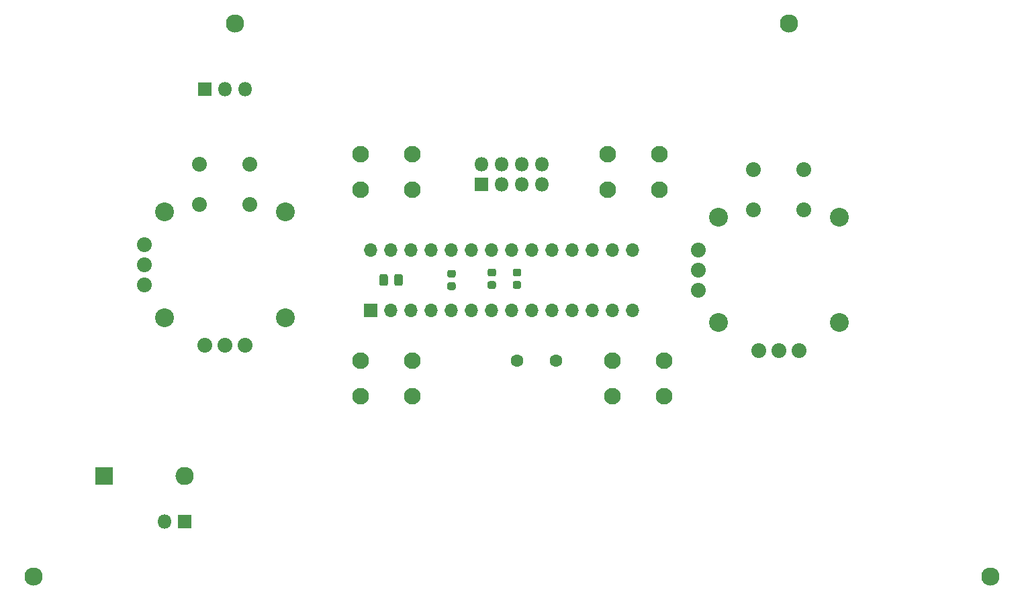
<source format=gbs>
%TF.GenerationSoftware,KiCad,Pcbnew,(5.1.6)-1*%
%TF.CreationDate,2021-01-04T14:37:21+05:30*%
%TF.ProjectId,JoyStick2,4a6f7953-7469-4636-9b32-2e6b69636164,rev?*%
%TF.SameCoordinates,Original*%
%TF.FileFunction,Soldermask,Bot*%
%TF.FilePolarity,Negative*%
%FSLAX46Y46*%
G04 Gerber Fmt 4.6, Leading zero omitted, Abs format (unit mm)*
G04 Created by KiCad (PCBNEW (5.1.6)-1) date 2021-01-04 14:37:21*
%MOMM*%
%LPD*%
G01*
G04 APERTURE LIST*
%ADD10R,1.800000X1.800000*%
%ADD11O,1.800000X1.800000*%
%ADD12R,1.700000X1.700000*%
%ADD13O,1.700000X1.700000*%
%ADD14C,1.600000*%
%ADD15C,1.878000*%
%ADD16C,2.386000*%
%ADD17R,2.300000X2.300000*%
%ADD18O,2.300000X2.300000*%
%ADD19C,2.100000*%
%ADD20C,2.300000*%
G04 APERTURE END LIST*
D10*
%TO.C,J3*%
X115570000Y-80645000D03*
D11*
X115570000Y-78105000D03*
X118110000Y-80645000D03*
X118110000Y-78105000D03*
X120650000Y-80645000D03*
X120650000Y-78105000D03*
X123190000Y-80645000D03*
X123190000Y-78105000D03*
%TD*%
D12*
%TO.C,U1*%
X101600000Y-96520000D03*
D13*
X134620000Y-88900000D03*
X104140000Y-96520000D03*
X132080000Y-88900000D03*
X106680000Y-96520000D03*
X129540000Y-88900000D03*
X109220000Y-96520000D03*
X127000000Y-88900000D03*
X111760000Y-96520000D03*
X124460000Y-88900000D03*
X114300000Y-96520000D03*
X121920000Y-88900000D03*
X116840000Y-96520000D03*
X119380000Y-88900000D03*
X119380000Y-96520000D03*
X116840000Y-88900000D03*
X121920000Y-96520000D03*
X114300000Y-88900000D03*
X124460000Y-96520000D03*
X111760000Y-88900000D03*
X127000000Y-96520000D03*
X109220000Y-88900000D03*
X129540000Y-96520000D03*
X106680000Y-88900000D03*
X132080000Y-96520000D03*
X104140000Y-88900000D03*
X134620000Y-96520000D03*
X101600000Y-88900000D03*
%TD*%
%TO.C,C1*%
G36*
G01*
X120296250Y-92257500D02*
X119733750Y-92257500D01*
G75*
G02*
X119490000Y-92013750I0J243750D01*
G01*
X119490000Y-91526250D01*
G75*
G02*
X119733750Y-91282500I243750J0D01*
G01*
X120296250Y-91282500D01*
G75*
G02*
X120540000Y-91526250I0J-243750D01*
G01*
X120540000Y-92013750D01*
G75*
G02*
X120296250Y-92257500I-243750J0D01*
G01*
G37*
G36*
G01*
X120296250Y-93832500D02*
X119733750Y-93832500D01*
G75*
G02*
X119490000Y-93588750I0J243750D01*
G01*
X119490000Y-93101250D01*
G75*
G02*
X119733750Y-92857500I243750J0D01*
G01*
X120296250Y-92857500D01*
G75*
G02*
X120540000Y-93101250I0J-243750D01*
G01*
X120540000Y-93588750D01*
G75*
G02*
X120296250Y-93832500I-243750J0D01*
G01*
G37*
%TD*%
%TO.C,C2*%
G36*
G01*
X117121250Y-93832500D02*
X116558750Y-93832500D01*
G75*
G02*
X116315000Y-93588750I0J243750D01*
G01*
X116315000Y-93101250D01*
G75*
G02*
X116558750Y-92857500I243750J0D01*
G01*
X117121250Y-92857500D01*
G75*
G02*
X117365000Y-93101250I0J-243750D01*
G01*
X117365000Y-93588750D01*
G75*
G02*
X117121250Y-93832500I-243750J0D01*
G01*
G37*
G36*
G01*
X117121250Y-92257500D02*
X116558750Y-92257500D01*
G75*
G02*
X116315000Y-92013750I0J243750D01*
G01*
X116315000Y-91526250D01*
G75*
G02*
X116558750Y-91282500I243750J0D01*
G01*
X117121250Y-91282500D01*
G75*
G02*
X117365000Y-91526250I0J-243750D01*
G01*
X117365000Y-92013750D01*
G75*
G02*
X117121250Y-92257500I-243750J0D01*
G01*
G37*
%TD*%
%TO.C,C3*%
G36*
G01*
X112041250Y-93985000D02*
X111478750Y-93985000D01*
G75*
G02*
X111235000Y-93741250I0J243750D01*
G01*
X111235000Y-93253750D01*
G75*
G02*
X111478750Y-93010000I243750J0D01*
G01*
X112041250Y-93010000D01*
G75*
G02*
X112285000Y-93253750I0J-243750D01*
G01*
X112285000Y-93741250D01*
G75*
G02*
X112041250Y-93985000I-243750J0D01*
G01*
G37*
G36*
G01*
X112041250Y-92410000D02*
X111478750Y-92410000D01*
G75*
G02*
X111235000Y-92166250I0J243750D01*
G01*
X111235000Y-91678750D01*
G75*
G02*
X111478750Y-91435000I243750J0D01*
G01*
X112041250Y-91435000D01*
G75*
G02*
X112285000Y-91678750I0J-243750D01*
G01*
X112285000Y-92166250D01*
G75*
G02*
X112041250Y-92410000I-243750J0D01*
G01*
G37*
%TD*%
D14*
%TO.C,Y1*%
X120015000Y-102870000D03*
X124895000Y-102870000D03*
%TD*%
D15*
%TO.C,U2*%
X73025000Y-93345000D03*
X73025000Y-90805000D03*
X73025000Y-88265000D03*
D16*
X90805000Y-84137500D03*
X90805000Y-97472500D03*
X75565000Y-97472500D03*
X75565000Y-84137500D03*
D15*
X85725000Y-100965000D03*
X83185000Y-100965000D03*
X80645000Y-100965000D03*
X86360000Y-83185000D03*
X80010000Y-83185000D03*
X86360000Y-78105000D03*
X80010000Y-78105000D03*
%TD*%
%TO.C,U3*%
X149860000Y-78740000D03*
X156210000Y-78740000D03*
X149860000Y-83820000D03*
X156210000Y-83820000D03*
X150495000Y-101600000D03*
X153035000Y-101600000D03*
X155575000Y-101600000D03*
D16*
X145415000Y-84772500D03*
X145415000Y-98107500D03*
X160655000Y-98107500D03*
X160655000Y-84772500D03*
D15*
X142875000Y-88900000D03*
X142875000Y-91440000D03*
X142875000Y-93980000D03*
%TD*%
D17*
%TO.C,D1*%
X67945000Y-117475000D03*
D18*
X78105000Y-117475000D03*
%TD*%
D10*
%TO.C,J1*%
X78105000Y-123190000D03*
D11*
X75565000Y-123190000D03*
%TD*%
%TO.C,R1*%
G36*
G01*
X105615000Y-92228750D02*
X105615000Y-93191250D01*
G75*
G02*
X105346250Y-93460000I-268750J0D01*
G01*
X104808750Y-93460000D01*
G75*
G02*
X104540000Y-93191250I0J268750D01*
G01*
X104540000Y-92228750D01*
G75*
G02*
X104808750Y-91960000I268750J0D01*
G01*
X105346250Y-91960000D01*
G75*
G02*
X105615000Y-92228750I0J-268750D01*
G01*
G37*
G36*
G01*
X103740000Y-92228750D02*
X103740000Y-93191250D01*
G75*
G02*
X103471250Y-93460000I-268750J0D01*
G01*
X102933750Y-93460000D01*
G75*
G02*
X102665000Y-93191250I0J268750D01*
G01*
X102665000Y-92228750D01*
G75*
G02*
X102933750Y-91960000I268750J0D01*
G01*
X103471250Y-91960000D01*
G75*
G02*
X103740000Y-92228750I0J-268750D01*
G01*
G37*
%TD*%
D19*
%TO.C,SW1*%
X100330000Y-81335000D03*
X100330000Y-76835000D03*
X106830000Y-81335000D03*
X106830000Y-76835000D03*
%TD*%
%TO.C,SW2*%
X106830000Y-102870000D03*
X106830000Y-107370000D03*
X100330000Y-102870000D03*
X100330000Y-107370000D03*
%TD*%
%TO.C,SW3*%
X131445000Y-81335000D03*
X131445000Y-76835000D03*
X137945000Y-81335000D03*
X137945000Y-76835000D03*
%TD*%
%TO.C,SW4*%
X138580000Y-102870000D03*
X138580000Y-107370000D03*
X132080000Y-102870000D03*
X132080000Y-107370000D03*
%TD*%
D10*
%TO.C,J2*%
X80645000Y-68580000D03*
D11*
X83185000Y-68580000D03*
X85725000Y-68580000D03*
%TD*%
D20*
%TO.C,H1*%
X84455000Y-60325000D03*
%TD*%
%TO.C,H2*%
X59055000Y-130175000D03*
%TD*%
%TO.C,H3*%
X154305000Y-60325000D03*
%TD*%
%TO.C,H4*%
X179705000Y-130175000D03*
%TD*%
M02*

</source>
